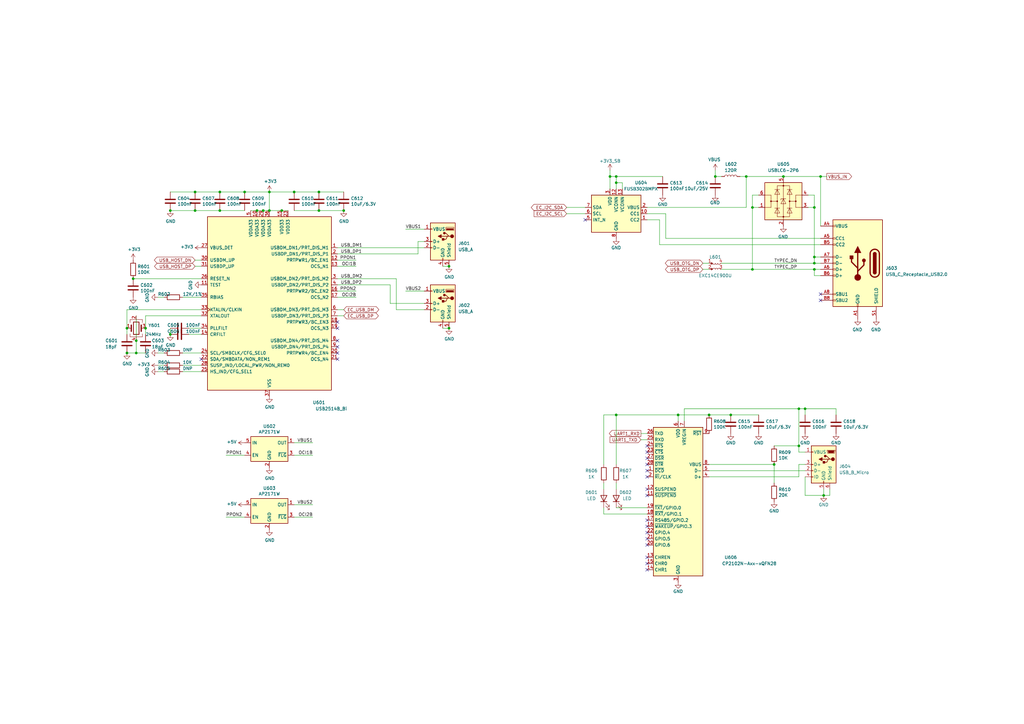
<source format=kicad_sch>
(kicad_sch (version 20210406) (generator eeschema)
  (paper "A3")
  (title_block (title "Archer Mainboard") (date "2021-05-05") (rev "R0.1 draft") (company "Copyright EI-2030 2021. / Engineer: Wenting Zhang") (comment 2 "MERCHANTABILITY, SATISFACTORY QUALITY AND FITNESS FOR A PARTICULAR PURPOSE.") (comment 3 "This source is distributed WITHOUT ANY EXPRESS OR IMPLIED WARRANTY, INCLUDING OF") (comment 4 "This source describes Open Hardware and is licensed under the CERN-OHL-S v2."))
  (lib_symbols
    (symbol "Connector:USB_A" (pin_names (offset 1.016))
      (property "Reference" "J" (at -5.08 11.43 0))
      (property "Value" "USB_A" (at -5.08 8.89 0))
      (symbol "USB_A_1_1"
        (pin power_in line (at 7.62 5.08 180) (length 2.54) (name "VBUS") (number "1"))
        (pin bidirectional line (at 7.62 -2.54 180) (length 2.54) (name "D-") (number "2"))
        (pin bidirectional line (at 7.62 0 180) (length 2.54) (name "D+") (number "3"))
        (pin power_in line (at 0 -10.16 90) (length 2.54) (name "GND") (number "4"))
        (pin passive line (at -2.54 -10.16 90) (length 2.54) (name "Shield") (number "5"))
      )
    )
    (symbol "Connector:USB_B_Micro" (pin_names (offset 1.016))
      (property "Reference" "J" (at -5.08 11.43 0))
      (property "Value" "USB_B_Micro" (at -5.08 8.89 0))
      (symbol "USB_B_Micro_1_1"
        (pin power_out line (at 7.62 5.08 180) (length 2.54) (name "VBUS") (number "1"))
        (pin bidirectional line (at 7.62 -2.54 180) (length 2.54) (name "D-") (number "2"))
        (pin bidirectional line (at 7.62 0 180) (length 2.54) (name "D+") (number "3"))
        (pin passive line (at 7.62 -5.08 180) (length 2.54) (name "ID") (number "4"))
        (pin power_out line (at 0 -10.16 90) (length 2.54) (name "GND") (number "5"))
        (pin passive line (at -2.54 -10.16 90) (length 2.54) (name "Shield") (number "6"))
      )
    )
    (symbol "Connector:USB_C_Receptacle_USB2.0" (pin_names (offset 1.016))
      (property "Reference" "J" (at -10.16 19.05 0))
      (property "Value" "USB_C_Receptacle_USB2.0" (at 19.05 19.05 0))
      (symbol "USB_C_Receptacle_USB2.0_1_1"
        (pin passive line (at 0 -22.86 90) (length 5.08) (name "GND") (number "A1"))
        (pin passive line (at 0 -22.86 90) (length 5.08) hide (name "GND") (number "A12"))
        (pin passive line (at 15.24 15.24 180) (length 5.08) (name "VBUS") (number "A4"))
        (pin bidirectional line (at 15.24 10.16 180) (length 5.08) (name "CC1") (number "A5"))
        (pin bidirectional line (at 15.24 -2.54 180) (length 5.08) (name "D+") (number "A6"))
        (pin bidirectional line (at 15.24 2.54 180) (length 5.08) (name "D-") (number "A7"))
        (pin bidirectional line (at 15.24 -12.7 180) (length 5.08) (name "SBU1") (number "A8"))
        (pin passive line (at 15.24 15.24 180) (length 5.08) hide (name "VBUS") (number "A9"))
        (pin passive line (at 0 -22.86 90) (length 5.08) hide (name "GND") (number "B1"))
        (pin passive line (at 0 -22.86 90) (length 5.08) hide (name "GND") (number "B12"))
        (pin passive line (at 15.24 15.24 180) (length 5.08) hide (name "VBUS") (number "B4"))
        (pin bidirectional line (at 15.24 7.62 180) (length 5.08) (name "CC2") (number "B5"))
        (pin bidirectional line (at 15.24 -5.08 180) (length 5.08) (name "D+") (number "B6"))
        (pin bidirectional line (at 15.24 0 180) (length 5.08) (name "D-") (number "B7"))
        (pin bidirectional line (at 15.24 -15.24 180) (length 5.08) (name "SBU2") (number "B8"))
        (pin passive line (at 15.24 15.24 180) (length 5.08) hide (name "VBUS") (number "B9"))
        (pin passive line (at -7.62 -22.86 90) (length 5.08) (name "SHIELD") (number "S1"))
      )
    )
    (symbol "Device:C" (pin_numbers hide) (pin_names (offset 0.254))
      (property "Reference" "C" (at 0.635 2.54 0))
      (property "Value" "C" (at 0.635 -2.54 0))
      (symbol "C_1_1"
        (pin passive line (at 0 3.81 270) (length 2.794) (name "~") (number "1"))
        (pin passive line (at 0 -3.81 90) (length 2.794) (name "~") (number "2"))
      )
    )
    (symbol "Device:Crystal_GND24" (pin_names (offset 1.016) hide)
      (property "Reference" "Y" (at 3.175 5.08 0))
      (property "Value" "Crystal_GND24" (at 3.175 3.175 0))
      (symbol "Crystal_GND24_1_1"
        (pin passive line (at -3.81 0 0) (length 1.27) (name "1") (number "1"))
        (pin passive line (at 0 5.08 270) (length 1.27) (name "2") (number "2"))
        (pin passive line (at 3.81 0 180) (length 1.27) (name "3") (number "3"))
        (pin passive line (at 0 -5.08 90) (length 1.27) (name "4") (number "4"))
      )
    )
    (symbol "Device:L" (pin_numbers hide) (pin_names (offset 1.016) hide)
      (property "Reference" "L" (at -1.27 0 90))
      (property "Value" "L" (at 1.905 0 90))
      (symbol "L_1_1"
        (pin passive line (at 0 3.81 270) (length 1.27) (name "1") (number "1"))
        (pin passive line (at 0 -3.81 90) (length 1.27) (name "2") (number "2"))
      )
    )
    (symbol "Device:LED" (pin_numbers hide) (pin_names (offset 1.016) hide)
      (property "Reference" "D" (at 0 2.54 0))
      (property "Value" "LED" (at 0 -2.54 0))
      (symbol "LED_1_1"
        (pin passive line (at -3.81 0 0) (length 2.54) (name "K") (number "1"))
        (pin passive line (at 3.81 0 180) (length 2.54) (name "A") (number "2"))
      )
    )
    (symbol "Device:L_Coupled_Small_1423" (pin_names (offset 0.254) hide)
      (property "Reference" "L" (at 0 3.175 0))
      (property "Value" "L_Coupled_Small_1423" (at 0 -3.175 0))
      (symbol "L_Coupled_Small_1423_1_1"
        (pin passive line (at -2.54 1.27 0) (length 0.508) (name "1") (number "1"))
        (pin passive line (at -2.54 -1.27 0) (length 0.508) (name "2") (number "2"))
        (pin passive line (at 2.54 -1.27 180) (length 0.508) (name "3") (number "3"))
        (pin passive line (at 2.54 1.27 180) (length 0.508) (name "4") (number "4"))
      )
    )
    (symbol "Device:R" (pin_numbers hide) (pin_names (offset 0))
      (property "Reference" "R" (at 2.032 0 90))
      (property "Value" "R" (at 0 0 90))
      (symbol "R_1_1"
        (pin passive line (at 0 3.81 270) (length 1.27) (name "~") (number "1"))
        (pin passive line (at 0 -3.81 90) (length 1.27) (name "~") (number "2"))
      )
    )
    (symbol "Interface_USB:CP2102N-Axx-xQFN28"
      (property "Reference" "U" (at -8.89 31.75 0))
      (property "Value" "CP2102N-Axx-xQFN28" (at 12.7 31.75 0))
      (symbol "CP2102N-Axx-xQFN28_1_1"
        (pin input line (at 12.7 12.7 180) (length 2.54) (name "~DCD") (number "1"))
        (pin no_connect line (at -10.16 -27.94 0) (length 2.54) hide (name "NC") (number "10"))
        (pin output line (at 12.7 2.54 180) (length 2.54) (name "~SUSPEND") (number "11"))
        (pin output line (at 12.7 5.08 180) (length 2.54) (name "SUSPEND") (number "12"))
        (pin output line (at 12.7 -22.86 180) (length 2.54) (name "CHREN") (number "13"))
        (pin output line (at 12.7 -27.94 180) (length 2.54) (name "CHR1") (number "14"))
        (pin output line (at 12.7 -25.4 180) (length 2.54) (name "CHR0") (number "15"))
        (pin bidirectional line (at 12.7 -10.16 180) (length 2.54) (name "~WAKEUP~/GPIO.3") (number "16"))
        (pin bidirectional line (at 12.7 -7.62 180) (length 2.54) (name "RS485/GPIO.2") (number "17"))
        (pin bidirectional line (at 12.7 -5.08 180) (length 2.54) (name "~RXT~/GPIO.1") (number "18"))
        (pin bidirectional line (at 12.7 -2.54 180) (length 2.54) (name "~TXT~/GPIO.0") (number "19"))
        (pin bidirectional line (at 12.7 10.16 180) (length 2.54) (name "~RI~/CLK") (number "2"))
        (pin bidirectional line (at 12.7 -17.78 180) (length 2.54) (name "GPIO.6") (number "20"))
        (pin bidirectional line (at 12.7 -15.24 180) (length 2.54) (name "GPIO.5") (number "21"))
        (pin bidirectional line (at 12.7 -12.7 180) (length 2.54) (name "GPIO.4") (number "22"))
        (pin input line (at 12.7 20.32 180) (length 2.54) (name "~CTS") (number "23"))
        (pin output line (at 12.7 22.86 180) (length 2.54) (name "~RTS") (number "24"))
        (pin input line (at 12.7 25.4 180) (length 2.54) (name "RXD") (number "25"))
        (pin output line (at 12.7 27.94 180) (length 2.54) (name "TXD") (number "26"))
        (pin input line (at 12.7 17.78 180) (length 2.54) (name "~DSR") (number "27"))
        (pin output line (at 12.7 15.24 180) (length 2.54) (name "~DTR") (number "28"))
        (pin passive line (at 0 -33.02 90) (length 2.54) hide (name "GND") (number "29"))
        (pin power_in line (at 0 -33.02 90) (length 2.54) (name "GND") (number "3"))
        (pin bidirectional line (at -12.7 10.16 0) (length 2.54) (name "D+") (number "4"))
        (pin bidirectional line (at -12.7 12.7 0) (length 2.54) (name "D-") (number "5"))
        (pin power_in line (at 0 33.02 270) (length 2.54) (name "VDD") (number "6"))
        (pin power_in line (at -2.54 33.02 270) (length 2.54) (name "VREGIN") (number "7"))
        (pin input line (at -12.7 15.24 0) (length 2.54) (name "VBUS") (number "8"))
        (pin input line (at -12.7 27.94 0) (length 2.54) (name "~RST") (number "9"))
      )
    )
    (symbol "Interface_USB:FUSB302BMPX"
      (property "Reference" "U" (at -10.16 8.89 0))
      (property "Value" "FUSB302BMPX" (at 3.81 8.89 0))
      (symbol "FUSB302BMPX_1_1"
        (pin bidirectional line (at 12.7 -2.54 180) (length 2.54) (name "CC2") (number "1"))
        (pin bidirectional line (at 12.7 0 180) (length 2.54) (name "CC1") (number "10"))
        (pin bidirectional line (at 12.7 0 180) (length 2.54) hide (name "CC1") (number "11"))
        (pin power_in line (at 0 10.16 270) (length 2.54) (name "VCONN") (number "12"))
        (pin power_in line (at 2.54 10.16 270) (length 2.54) (name "VCONN") (number "13"))
        (pin bidirectional line (at 12.7 -2.54 180) (length 2.54) hide (name "CC2") (number "14"))
        (pin passive line (at 0 -10.16 90) (length 2.54) hide (name "GND") (number "15"))
        (pin input line (at 12.7 2.54 180) (length 2.54) (name "VBUS") (number "2"))
        (pin power_in line (at -2.54 10.16 270) (length 2.54) (name "VDD") (number "3"))
        (pin passive line (at -2.54 10.16 270) (length 2.54) hide (name "VDD") (number "4"))
        (pin open_collector line (at -12.7 -2.54 0) (length 2.54) (name "INT_N") (number "5"))
        (pin input line (at -12.7 0 0) (length 2.54) (name "SCL") (number "6"))
        (pin bidirectional line (at -12.7 2.54 0) (length 2.54) (name "SDA") (number "7"))
        (pin power_in line (at 0 -10.16 90) (length 2.54) (name "GND") (number "8"))
        (pin passive line (at 0 -10.16 90) (length 2.54) hide (name "GND") (number "9"))
      )
    )
    (symbol "Interface_USB:USB2514B_Bi" (pin_names (offset 1.016))
      (property "Reference" "U" (at -17.78 40.64 0))
      (property "Value" "USB2514B_Bi" (at -20.32 38.1 0))
      (symbol "USB2514B_Bi_1_1"
        (pin bidirectional line (at 27.94 22.86 180) (length 2.54) (name "USBDM_DN1/PRT_DIS_M1") (number "1"))
        (pin power_in line (at -5.08 38.1 270) (length 2.54) (name "VDDA33") (number "10"))
        (pin input line (at -27.94 7.62 0) (length 2.54) (name "TEST") (number "11"))
        (pin bidirectional line (at 27.94 17.78 180) (length 2.54) (name "PRTPWR1/BC_EN1") (number "12"))
        (pin input line (at 27.94 15.24 180) (length 2.54) (name "OCS_N1") (number "13"))
        (pin input line (at -27.94 -12.7 0) (length 2.54) (name "CRFILT") (number "14"))
        (pin power_in line (at 5.08 38.1 270) (length 2.54) (name "VDD33") (number "15"))
        (pin bidirectional line (at 27.94 5.08 180) (length 2.54) (name "PRTPWR2/BC_EN2") (number "16"))
        (pin input line (at 27.94 2.54 180) (length 2.54) (name "OCS_N2") (number "17"))
        (pin bidirectional line (at 27.94 -7.62 180) (length 2.54) (name "PRTPWR3/BC_EN3") (number "18"))
        (pin input line (at 27.94 -10.16 180) (length 2.54) (name "OCS_N3") (number "19"))
        (pin bidirectional line (at 27.94 20.32 180) (length 2.54) (name "USBDP_DN1/PRT_DIS_P1") (number "2"))
        (pin bidirectional line (at 27.94 -20.32 180) (length 2.54) (name "PRTPWR4/BC_EN4") (number "20"))
        (pin input line (at 27.94 -22.86 180) (length 2.54) (name "OCS_N4") (number "21"))
        (pin bidirectional line (at -27.94 -22.86 0) (length 2.54) (name "SDA/SMBDATA/NON_REM1") (number "22"))
        (pin power_in line (at 7.62 38.1 270) (length 2.54) (name "VDD33") (number "23"))
        (pin bidirectional line (at -27.94 -20.32 0) (length 2.54) (name "SCL/SMBCLK/CFG_SEL0") (number "24"))
        (pin bidirectional line (at -27.94 -27.94 0) (length 2.54) (name "HS_IND/CFG_SEL1") (number "25"))
        (pin input line (at -27.94 10.16 0) (length 2.54) (name "RESET_N") (number "26"))
        (pin input line (at -27.94 22.86 0) (length 2.54) (name "VBUS_DET") (number "27"))
        (pin bidirectional line (at -27.94 -25.4 0) (length 2.54) (name "SUSP_IND/LOCAL_PWR/NON_REM0") (number "28"))
        (pin power_in line (at -2.54 38.1 270) (length 2.54) (name "VDDA33") (number "29"))
        (pin bidirectional line (at 27.94 10.16 180) (length 2.54) (name "USBDM_DN2/PRT_DIS_M2") (number "3"))
        (pin bidirectional line (at -27.94 17.78 0) (length 2.54) (name "USBDM_UP") (number "30"))
        (pin bidirectional line (at -27.94 15.24 0) (length 2.54) (name "USBDP_UP") (number "31"))
        (pin output line (at -27.94 -5.08 0) (length 2.54) (name "XTALOUT") (number "32"))
        (pin input clock (at -27.94 -2.54 0) (length 2.54) (name "XTALIN/CLKIN") (number "33"))
        (pin input line (at -27.94 -10.16 0) (length 2.54) (name "PLLFILT") (number "34"))
        (pin input line (at -27.94 2.54 0) (length 2.54) (name "RBIAS") (number "35"))
        (pin power_in line (at 0 38.1 270) (length 2.54) (name "VDDA33") (number "36"))
        (pin power_in line (at 0 -38.1 90) (length 2.54) (name "VSS") (number "37"))
        (pin bidirectional line (at 27.94 7.62 180) (length 2.54) (name "USBDP_DN2/PRT_DIS_P2") (number "4"))
        (pin power_in line (at -7.62 38.1 270) (length 2.54) (name "VDDA33") (number "5"))
        (pin bidirectional line (at 27.94 -2.54 180) (length 2.54) (name "USBDM_DN3/PRT_DIS_M3") (number "6"))
        (pin bidirectional line (at 27.94 -5.08 180) (length 2.54) (name "USBDP_DN3/PRT_DIS_P3") (number "7"))
        (pin bidirectional line (at 27.94 -15.24 180) (length 2.54) (name "USBDM_DN4/PRT_DIS_M4") (number "8"))
        (pin bidirectional line (at 27.94 -17.78 180) (length 2.54) (name "USBDP_DN4/PRT_DIS_P4") (number "9"))
      )
    )
    (symbol "Power_Management:AP2171W"
      (property "Reference" "U" (at -7.62 -6.35 0))
      (property "Value" "AP2171W" (at -7.62 6.35 0))
      (symbol "AP2171W_1_1"
        (pin power_out line (at 10.16 2.54 180) (length 2.54) (name "OUT") (number "1"))
        (pin power_in line (at 0 -7.62 90) (length 2.54) (name "GND") (number "2"))
        (pin open_collector line (at 10.16 -2.54 180) (length 2.54) (name "~FLG") (number "3"))
        (pin input line (at -10.16 -2.54 0) (length 2.54) (name "EN") (number "4"))
        (pin power_in line (at -10.16 2.54 0) (length 2.54) (name "IN") (number "5"))
      )
    )
    (symbol "Power_Protection:USBLC6-2P6" (pin_names hide)
      (property "Reference" "U" (at 2.54 8.89 0))
      (property "Value" "USBLC6-2P6" (at 2.54 -8.89 0))
      (symbol "USBLC6-2P6_1_1"
        (pin passive line (at -10.16 -2.54 0) (length 2.54) (name "I/O1") (number "1"))
        (pin passive line (at 0 -10.16 90) (length 2.54) (name "GND") (number "2"))
        (pin passive line (at 10.16 -2.54 180) (length 2.54) (name "I/O2") (number "3"))
        (pin passive line (at 10.16 2.54 180) (length 2.54) (name "I/O2") (number "4"))
        (pin passive line (at 0 10.16 270) (length 2.54) (name "VBUS") (number "5"))
        (pin passive line (at -10.16 2.54 0) (length 2.54) (name "I/O1") (number "6"))
      )
    )
    (symbol "power:+3V3" (power) (pin_names (offset 0))
      (property "Value" "+3V3" (at 0 3.556 0))
      (symbol "+3V3_1_1"
        (pin power_in line (at 0 0 90) (length 0) hide (name "+3V3") (number "1"))
      )
    )
    (symbol "power:+5V" (power) (pin_names (offset 0))
      (property "Value" "+5V" (at 0 3.556 0))
      (symbol "+5V_1_1"
        (pin power_in line (at 0 0 90) (length 0) hide (name "+5V") (number "1"))
      )
    )
    (symbol "power:GND" (power) (pin_names (offset 0))
      (property "Value" "GND" (at 0 -3.81 0))
      (symbol "GND_1_1"
        (pin power_in line (at 0 0 270) (length 0) hide (name "GND") (number "1"))
      )
    )
    (symbol "power:VBUS" (power) (pin_names (offset 0))
      (property "Value" "VBUS" (at 0 3.81 0))
      (symbol "VBUS_1_1"
        (pin power_in line (at 0 0 90) (length 0) hide (name "VBUS") (number "1"))
      )
    )
    (symbol "symbols:+3V3_SB" (power) (pin_names (offset 0))
      (property "Value" "+3V3_SB" (at 0 3.556 0))
      (symbol "+3V3_SB_1_1"
        (pin power_in line (at 0 0 90) (length 0) hide (name "+3V3_SB") (number "1"))
      )
    )
  )
  (junction (at 52.07 134.62) (diameter 0.9144))
  (junction (at 52.07 144.78) (diameter 0.9144))
  (junction (at 54.61 114.3) (diameter 0.9144))
  (junction (at 55.88 139.7) (diameter 0.9144))
  (junction (at 55.88 144.78) (diameter 0.9144))
  (junction (at 59.69 134.62) (diameter 0.9144))
  (junction (at 69.85 86.36) (diameter 0.9144))
  (junction (at 69.85 137.16) (diameter 0.9144))
  (junction (at 80.01 78.74) (diameter 0.9144))
  (junction (at 80.01 86.36) (diameter 0.9144))
  (junction (at 90.17 78.74) (diameter 0.9144))
  (junction (at 90.17 86.36) (diameter 0.9144))
  (junction (at 100.33 78.74) (diameter 0.9144))
  (junction (at 105.41 86.36) (diameter 0.9144))
  (junction (at 107.95 86.36) (diameter 0.9144))
  (junction (at 110.49 78.74) (diameter 0.9144))
  (junction (at 110.49 86.36) (diameter 0.9144))
  (junction (at 115.57 86.36) (diameter 0.9144))
  (junction (at 120.65 78.74) (diameter 0.9144))
  (junction (at 130.81 78.74) (diameter 0.9144))
  (junction (at 130.81 86.36) (diameter 0.9144))
  (junction (at 140.97 86.36) (diameter 0.9144))
  (junction (at 184.15 109.22) (diameter 0.9144))
  (junction (at 184.15 134.62) (diameter 0.9144))
  (junction (at 250.19 72.39) (diameter 0.9144))
  (junction (at 252.73 72.39) (diameter 0.9144))
  (junction (at 252.73 74.93) (diameter 0.9144))
  (junction (at 252.73 170.18) (diameter 0.9144))
  (junction (at 278.13 170.18) (diameter 0.9144))
  (junction (at 290.83 170.18) (diameter 0.9144))
  (junction (at 293.37 72.39) (diameter 0.9144))
  (junction (at 299.72 170.18) (diameter 0.9144))
  (junction (at 306.07 72.39) (diameter 0.9144))
  (junction (at 308.61 85.09) (diameter 0.9144))
  (junction (at 308.61 110.49) (diameter 0.9144))
  (junction (at 317.5 190.5) (diameter 0.9144))
  (junction (at 321.31 72.39) (diameter 0.9144))
  (junction (at 327.66 167.64) (diameter 0.9144))
  (junction (at 327.66 182.88) (diameter 0.9144))
  (junction (at 330.2 167.64) (diameter 0.9144))
  (junction (at 334.01 85.09) (diameter 0.9144))
  (junction (at 334.01 105.41) (diameter 0.9144))
  (junction (at 334.01 107.95) (diameter 0.9144))
  (junction (at 334.01 110.49) (diameter 0.9144))
  (junction (at 336.55 72.39) (diameter 0.9144))
  (junction (at 337.82 203.2) (diameter 0.9144))
  (no_connect (at 82.55 147.32))
  (no_connect (at 138.43 132.08))
  (no_connect (at 138.43 134.62))
  (no_connect (at 138.43 139.7))
  (no_connect (at 138.43 142.24))
  (no_connect (at 138.43 144.78))
  (no_connect (at 138.43 147.32))
  (no_connect (at 240.03 90.17))
  (no_connect (at 265.43 182.88))
  (no_connect (at 265.43 185.42))
  (no_connect (at 265.43 187.96))
  (no_connect (at 265.43 190.5))
  (no_connect (at 265.43 193.04))
  (no_connect (at 265.43 195.58))
  (no_connect (at 265.43 200.66))
  (no_connect (at 265.43 203.2))
  (no_connect (at 265.43 213.36))
  (no_connect (at 265.43 215.9))
  (no_connect (at 265.43 218.44))
  (no_connect (at 265.43 220.98))
  (no_connect (at 265.43 223.52))
  (no_connect (at 265.43 228.6))
  (no_connect (at 265.43 231.14))
  (no_connect (at 265.43 233.68))
  (no_connect (at 336.55 120.65))
  (no_connect (at 336.55 123.19))
  (wire (pts (xy 52.07 127) (xy 52.07 134.62)))
  (wire (pts (xy 52.07 137.16) (xy 52.07 134.62)))
  (wire (pts (xy 52.07 144.78) (xy 55.88 144.78)))
  (wire (pts (xy 54.61 114.3) (xy 82.55 114.3)))
  (wire (pts (xy 55.88 129.54) (xy 55.88 139.7)))
  (wire (pts (xy 55.88 139.7) (xy 55.88 144.78)))
  (wire (pts (xy 55.88 144.78) (xy 59.69 144.78)))
  (wire (pts (xy 59.69 129.54) (xy 82.55 129.54)))
  (wire (pts (xy 59.69 134.62) (xy 59.69 129.54)))
  (wire (pts (xy 59.69 137.16) (xy 59.69 134.62)))
  (wire (pts (xy 67.31 121.92) (xy 64.77 121.92)))
  (wire (pts (xy 67.31 144.78) (xy 64.77 144.78)))
  (wire (pts (xy 67.31 149.86) (xy 64.77 149.86)))
  (wire (pts (xy 67.31 152.4) (xy 64.77 152.4)))
  (wire (pts (xy 69.85 134.62) (xy 69.85 137.16)))
  (wire (pts (xy 74.93 121.92) (xy 82.55 121.92)))
  (wire (pts (xy 74.93 144.78) (xy 82.55 144.78)))
  (wire (pts (xy 74.93 149.86) (xy 82.55 149.86)))
  (wire (pts (xy 74.93 152.4) (xy 82.55 152.4)))
  (wire (pts (xy 77.47 134.62) (xy 82.55 134.62)))
  (wire (pts (xy 77.47 137.16) (xy 82.55 137.16)))
  (wire (pts (xy 80.01 78.74) (xy 69.85 78.74)))
  (wire (pts (xy 80.01 86.36) (xy 69.85 86.36)))
  (wire (pts (xy 82.55 106.68) (xy 80.01 106.68)))
  (wire (pts (xy 82.55 109.22) (xy 80.01 109.22)))
  (wire (pts (xy 82.55 127) (xy 52.07 127)))
  (wire (pts (xy 90.17 78.74) (xy 80.01 78.74)))
  (wire (pts (xy 90.17 86.36) (xy 80.01 86.36)))
  (wire (pts (xy 92.71 186.69) (xy 100.33 186.69)))
  (wire (pts (xy 92.71 212.09) (xy 100.33 212.09)))
  (wire (pts (xy 100.33 78.74) (xy 90.17 78.74)))
  (wire (pts (xy 100.33 78.74) (xy 110.49 78.74)))
  (wire (pts (xy 100.33 86.36) (xy 90.17 86.36)))
  (wire (pts (xy 105.41 86.36) (xy 102.87 86.36)))
  (wire (pts (xy 107.95 86.36) (xy 105.41 86.36)))
  (wire (pts (xy 107.95 86.36) (xy 110.49 86.36)))
  (wire (pts (xy 110.49 86.36) (xy 110.49 78.74)))
  (wire (pts (xy 110.49 86.36) (xy 115.57 86.36)))
  (wire (pts (xy 115.57 86.36) (xy 118.11 86.36)))
  (wire (pts (xy 120.65 78.74) (xy 110.49 78.74)))
  (wire (pts (xy 120.65 86.36) (xy 130.81 86.36)))
  (wire (pts (xy 120.65 181.61) (xy 128.27 181.61)))
  (wire (pts (xy 120.65 207.01) (xy 128.27 207.01)))
  (wire (pts (xy 128.27 186.69) (xy 120.65 186.69)))
  (wire (pts (xy 128.27 212.09) (xy 120.65 212.09)))
  (wire (pts (xy 130.81 78.74) (xy 120.65 78.74)))
  (wire (pts (xy 130.81 86.36) (xy 140.97 86.36)))
  (wire (pts (xy 138.43 101.6) (xy 173.99 101.6)))
  (wire (pts (xy 138.43 104.14) (xy 171.45 104.14)))
  (wire (pts (xy 138.43 114.3) (xy 162.56 114.3)))
  (wire (pts (xy 138.43 116.84) (xy 160.02 116.84)))
  (wire (pts (xy 140.97 78.74) (xy 130.81 78.74)))
  (wire (pts (xy 140.97 127) (xy 138.43 127)))
  (wire (pts (xy 140.97 129.54) (xy 138.43 129.54)))
  (wire (pts (xy 146.05 106.68) (xy 138.43 106.68)))
  (wire (pts (xy 146.05 109.22) (xy 138.43 109.22)))
  (wire (pts (xy 146.05 119.38) (xy 138.43 119.38)))
  (wire (pts (xy 146.05 121.92) (xy 138.43 121.92)))
  (wire (pts (xy 160.02 116.84) (xy 160.02 124.46)))
  (wire (pts (xy 160.02 124.46) (xy 173.99 124.46)))
  (wire (pts (xy 162.56 127) (xy 162.56 114.3)))
  (wire (pts (xy 171.45 99.06) (xy 173.99 99.06)))
  (wire (pts (xy 171.45 104.14) (xy 171.45 99.06)))
  (wire (pts (xy 173.99 93.98) (xy 166.37 93.98)))
  (wire (pts (xy 173.99 119.38) (xy 166.37 119.38)))
  (wire (pts (xy 173.99 127) (xy 162.56 127)))
  (wire (pts (xy 181.61 109.22) (xy 184.15 109.22)))
  (wire (pts (xy 181.61 134.62) (xy 184.15 134.62)))
  (wire (pts (xy 232.41 85.09) (xy 240.03 85.09)))
  (wire (pts (xy 232.41 87.63) (xy 240.03 87.63)))
  (wire (pts (xy 247.65 170.18) (xy 252.73 170.18)))
  (wire (pts (xy 247.65 190.5) (xy 247.65 170.18)))
  (wire (pts (xy 247.65 198.12) (xy 247.65 200.66)))
  (wire (pts (xy 247.65 210.82) (xy 247.65 208.28)))
  (wire (pts (xy 250.19 69.85) (xy 250.19 72.39)))
  (wire (pts (xy 250.19 72.39) (xy 250.19 77.47)))
  (wire (pts (xy 252.73 72.39) (xy 250.19 72.39)))
  (wire (pts (xy 252.73 72.39) (xy 252.73 74.93)))
  (wire (pts (xy 252.73 74.93) (xy 252.73 77.47)))
  (wire (pts (xy 252.73 170.18) (xy 278.13 170.18)))
  (wire (pts (xy 252.73 190.5) (xy 252.73 170.18)))
  (wire (pts (xy 252.73 198.12) (xy 252.73 200.66)))
  (wire (pts (xy 252.73 208.28) (xy 265.43 208.28)))
  (wire (pts (xy 255.27 74.93) (xy 252.73 74.93)))
  (wire (pts (xy 255.27 77.47) (xy 255.27 74.93)))
  (wire (pts (xy 262.89 177.8) (xy 265.43 177.8)))
  (wire (pts (xy 262.89 180.34) (xy 265.43 180.34)))
  (wire (pts (xy 265.43 87.63) (xy 273.05 87.63)))
  (wire (pts (xy 265.43 210.82) (xy 247.65 210.82)))
  (wire (pts (xy 270.51 90.17) (xy 265.43 90.17)))
  (wire (pts (xy 270.51 100.33) (xy 270.51 90.17)))
  (wire (pts (xy 271.78 72.39) (xy 252.73 72.39)))
  (wire (pts (xy 273.05 87.63) (xy 273.05 97.79)))
  (wire (pts (xy 273.05 97.79) (xy 336.55 97.79)))
  (wire (pts (xy 278.13 170.18) (xy 278.13 172.72)))
  (wire (pts (xy 278.13 170.18) (xy 290.83 170.18)))
  (wire (pts (xy 280.67 167.64) (xy 327.66 167.64)))
  (wire (pts (xy 280.67 172.72) (xy 280.67 167.64)))
  (wire (pts (xy 288.29 107.95) (xy 290.83 107.95)))
  (wire (pts (xy 288.29 110.49) (xy 290.83 110.49)))
  (wire (pts (xy 290.83 170.18) (xy 299.72 170.18)))
  (wire (pts (xy 290.83 190.5) (xy 317.5 190.5)))
  (wire (pts (xy 290.83 193.04) (xy 330.2 193.04)))
  (wire (pts (xy 290.83 195.58) (xy 327.66 195.58)))
  (wire (pts (xy 293.37 69.85) (xy 293.37 72.39)))
  (wire (pts (xy 293.37 72.39) (xy 295.91 72.39)))
  (wire (pts (xy 295.91 107.95) (xy 334.01 107.95)))
  (wire (pts (xy 295.91 110.49) (xy 308.61 110.49)))
  (wire (pts (xy 299.72 170.18) (xy 311.15 170.18)))
  (wire (pts (xy 303.53 72.39) (xy 306.07 72.39)))
  (wire (pts (xy 306.07 72.39) (xy 306.07 85.09)))
  (wire (pts (xy 306.07 85.09) (xy 265.43 85.09)))
  (wire (pts (xy 308.61 80.01) (xy 308.61 85.09)))
  (wire (pts (xy 308.61 85.09) (xy 308.61 110.49)))
  (wire (pts (xy 308.61 110.49) (xy 334.01 110.49)))
  (wire (pts (xy 311.15 80.01) (xy 308.61 80.01)))
  (wire (pts (xy 311.15 85.09) (xy 308.61 85.09)))
  (wire (pts (xy 317.5 182.88) (xy 327.66 182.88)))
  (wire (pts (xy 317.5 190.5) (xy 317.5 198.12)))
  (wire (pts (xy 321.31 72.39) (xy 306.07 72.39)))
  (wire (pts (xy 327.66 167.64) (xy 330.2 167.64)))
  (wire (pts (xy 327.66 182.88) (xy 327.66 167.64)))
  (wire (pts (xy 327.66 185.42) (xy 327.66 182.88)))
  (wire (pts (xy 327.66 190.5) (xy 330.2 190.5)))
  (wire (pts (xy 327.66 195.58) (xy 327.66 190.5)))
  (wire (pts (xy 330.2 167.64) (xy 330.2 170.18)))
  (wire (pts (xy 330.2 167.64) (xy 342.9 167.64)))
  (wire (pts (xy 330.2 185.42) (xy 327.66 185.42)))
  (wire (pts (xy 330.2 195.58) (xy 330.2 203.2)))
  (wire (pts (xy 330.2 203.2) (xy 337.82 203.2)))
  (wire (pts (xy 331.47 80.01) (xy 334.01 80.01)))
  (wire (pts (xy 331.47 85.09) (xy 334.01 85.09)))
  (wire (pts (xy 334.01 80.01) (xy 334.01 85.09)))
  (wire (pts (xy 334.01 85.09) (xy 334.01 105.41)))
  (wire (pts (xy 334.01 105.41) (xy 334.01 107.95)))
  (wire (pts (xy 334.01 107.95) (xy 336.55 107.95)))
  (wire (pts (xy 334.01 110.49) (xy 336.55 110.49)))
  (wire (pts (xy 334.01 113.03) (xy 334.01 110.49)))
  (wire (pts (xy 336.55 72.39) (xy 321.31 72.39)))
  (wire (pts (xy 336.55 72.39) (xy 339.09 72.39)))
  (wire (pts (xy 336.55 92.71) (xy 336.55 72.39)))
  (wire (pts (xy 336.55 100.33) (xy 270.51 100.33)))
  (wire (pts (xy 336.55 105.41) (xy 334.01 105.41)))
  (wire (pts (xy 336.55 113.03) (xy 334.01 113.03)))
  (wire (pts (xy 337.82 200.66) (xy 337.82 203.2)))
  (wire (pts (xy 340.36 200.66) (xy 340.36 203.2)))
  (wire (pts (xy 340.36 203.2) (xy 337.82 203.2)))
  (wire (pts (xy 342.9 167.64) (xy 342.9 170.18)))
  (label "PPON1" (at 92.71 186.69 0))
  (label "PPON2" (at 92.71 212.09 0))
  (label "VBUS1" (at 128.27 181.61 180))
  (label "OCI1B" (at 128.27 186.69 180))
  (label "VBUS2" (at 128.27 207.01 180))
  (label "OCI2B" (at 128.27 212.09 180))
  (label "USB_DM1" (at 139.7 101.6 0))
  (label "USB_DP1" (at 139.7 104.14 0))
  (label "USB_DM2" (at 139.7 114.3 0))
  (label "USB_DP2" (at 139.7 116.84 0))
  (label "PPON1" (at 146.05 106.68 180))
  (label "OCI1B" (at 146.05 109.22 180))
  (label "PPON2" (at 146.05 119.38 180))
  (label "OCI2B" (at 146.05 121.92 180))
  (label "VBUS1" (at 166.37 93.98 0))
  (label "VBUS2" (at 166.37 119.38 0))
  (label "TYPEC_DN" (at 317.5 107.95 0))
  (label "TYPEC_DP" (at 317.5 110.49 0))
  (global_label "USB_HOST_DN" (shape bidirectional) (at 80.01 106.68 180) (property "Intersheet References" "${INTERSHEET_REFS}" (effects hide)))
  (global_label "USB_HOST_DP" (shape bidirectional) (at 80.01 109.22 180) (property "Intersheet References" "${INTERSHEET_REFS}" (effects hide)))
  (global_label "EC_USB_DM" (shape bidirectional) (at 140.97 127 0) (property "Intersheet References" "${INTERSHEET_REFS}" (effects hide)))
  (global_label "EC_USB_DP" (shape bidirectional) (at 140.97 129.54 0) (property "Intersheet References" "${INTERSHEET_REFS}" (effects hide)))
  (global_label "EC_I2C_SDA" (shape bidirectional) (at 232.41 85.09 180) (property "Intersheet References" "${INTERSHEET_REFS}" (effects hide)))
  (global_label "EC_I2C_SCL" (shape input) (at 232.41 87.63 180) (property "Intersheet References" "${INTERSHEET_REFS}" (effects hide)))
  (global_label "UART1_RXD" (shape output) (at 262.89 177.8 180) (property "Intersheet References" "${INTERSHEET_REFS}" (effects hide)))
  (global_label "UART1_TXD" (shape input) (at 262.89 180.34 180) (property "Intersheet References" "${INTERSHEET_REFS}" (effects hide)))
  (global_label "USB_OTG_DN" (shape bidirectional) (at 288.29 107.95 180) (property "Intersheet References" "${INTERSHEET_REFS}" (effects hide)))
  (global_label "USB_OTG_DP" (shape bidirectional) (at 288.29 110.49 180) (property "Intersheet References" "${INTERSHEET_REFS}" (effects hide)))
  (global_label "VBUS_IN" (shape output) (at 339.09 72.39 0) (property "Intersheet References" "${INTERSHEET_REFS}" (effects hide)))
  (symbol (lib_id "power:+3V3") (at 54.61 106.68 0) (unit 1)
    (property "Reference" "#PWR0602" (effects hide))
    (property "Value" "+3V3" (at 54.991 102.2858 0))
  )
  (symbol (lib_id "power:+3V3") (at 64.77 149.86 90) (unit 1)
    (property "Reference" "#PWR0606" (effects hide))
    (property "Value" "+3V3" (at 61.5188 149.479 90) (effects (justify left)))
  )
  (symbol (lib_id "power:+3V3") (at 82.55 101.6 90) (unit 1)
    (property "Reference" "#PWR0610" (effects hide))
    (property "Value" "+3V3" (at 79.2988 101.219 90) (effects (justify left)))
  )
  (symbol (lib_id "power:+5V") (at 100.33 181.61 90) (unit 1)
    (property "Reference" "#PWR0612" (effects hide))
    (property "Value" "+5V" (at 97.0788 181.229 90) (effects (justify left)))
  )
  (symbol (lib_id "power:+5V") (at 100.33 207.01 90) (unit 1)
    (property "Reference" "#PWR0613" (effects hide))
    (property "Value" "+5V" (at 97.0788 206.629 90) (effects (justify left)))
  )
  (symbol (lib_id "power:+3V3") (at 110.49 78.74 0) (unit 1)
    (property "Reference" "#PWR0614" (effects hide))
    (property "Value" "+3V3" (at 110.871 74.3458 0))
  )
  (symbol (lib_id "symbols:+3V3_SB") (at 250.19 69.85 0) (unit 1)
    (property "Reference" "#PWR0621" (effects hide))
    (property "Value" "+3V3_SB" (at 250.19 66.04 0))
  )
  (symbol (lib_id "power:VBUS") (at 293.37 69.85 0) (mirror y) (unit 1)
    (property "Reference" "#PWR0624" (effects hide))
    (property "Value" "VBUS" (at 292.989 65.4558 0))
  )
  (symbol (lib_id "power:GND") (at 52.07 144.78 0) (unit 1)
    (property "Reference" "#PWR0601" (effects hide))
    (property "Value" "GND" (at 52.197 149.1742 0))
  )
  (symbol (lib_id "power:GND") (at 54.61 121.92 0) (unit 1)
    (property "Reference" "#PWR0603" (effects hide))
    (property "Value" "GND" (at 54.737 126.3142 0))
  )
  (symbol (lib_id "power:GND") (at 64.77 121.92 270) (unit 1)
    (property "Reference" "#PWR0604" (effects hide))
    (property "Value" "GND" (at 60.3758 122.047 0))
  )
  (symbol (lib_id "power:GND") (at 64.77 144.78 270) (unit 1)
    (property "Reference" "#PWR0605" (effects hide))
    (property "Value" "GND" (at 60.3758 144.907 0))
  )
  (symbol (lib_id "power:GND") (at 64.77 152.4 270) (unit 1)
    (property "Reference" "#PWR0607" (effects hide))
    (property "Value" "GND" (at 60.3758 152.527 0))
  )
  (symbol (lib_id "power:GND") (at 69.85 86.36 0) (unit 1)
    (property "Reference" "#PWR0608" (effects hide))
    (property "Value" "GND" (at 69.977 90.7542 0))
  )
  (symbol (lib_id "power:GND") (at 69.85 137.16 0) (unit 1)
    (property "Reference" "#PWR0609" (effects hide))
    (property "Value" "GND" (at 69.977 141.5542 0))
  )
  (symbol (lib_id "power:GND") (at 82.55 116.84 270) (unit 1)
    (property "Reference" "#PWR0611" (effects hide))
    (property "Value" "GND" (at 78.1558 116.967 0))
  )
  (symbol (lib_id "power:GND") (at 110.49 162.56 0) (unit 1)
    (property "Reference" "#PWR0615" (effects hide))
    (property "Value" "GND" (at 110.617 166.9542 0))
  )
  (symbol (lib_id "power:GND") (at 110.49 191.77 0) (unit 1)
    (property "Reference" "#PWR0616" (effects hide))
    (property "Value" "GND" (at 110.617 196.1642 0))
  )
  (symbol (lib_id "power:GND") (at 110.49 217.17 0) (unit 1)
    (property "Reference" "#PWR0617" (effects hide))
    (property "Value" "GND" (at 110.617 221.5642 0))
  )
  (symbol (lib_id "power:GND") (at 140.97 86.36 0) (unit 1)
    (property "Reference" "#PWR0618" (effects hide))
    (property "Value" "GND" (at 141.097 90.7542 0))
  )
  (symbol (lib_id "power:GND") (at 184.15 109.22 0) (unit 1)
    (property "Reference" "#PWR0619" (effects hide))
    (property "Value" "GND" (at 184.277 113.6142 0))
  )
  (symbol (lib_id "power:GND") (at 184.15 134.62 0) (unit 1)
    (property "Reference" "#PWR0620" (effects hide))
    (property "Value" "GND" (at 184.277 139.0142 0))
  )
  (symbol (lib_id "power:GND") (at 252.73 97.79 0) (unit 1)
    (property "Reference" "#PWR0622" (effects hide))
    (property "Value" "GND" (at 252.73 101.6 0))
  )
  (symbol (lib_id "power:GND") (at 271.78 80.01 0) (unit 1)
    (property "Reference" "#PWR0623" (effects hide))
    (property "Value" "GND" (at 271.78 83.82 0))
  )
  (symbol (lib_id "power:GND") (at 278.13 238.76 0) (unit 1)
    (property "Reference" "#PWR0629" (effects hide))
    (property "Value" "GND" (at 278.13 242.57 0))
  )
  (symbol (lib_id "power:GND") (at 293.37 80.01 0) (mirror y) (unit 1)
    (property "Reference" "#PWR0625" (effects hide))
    (property "Value" "GND" (at 293.243 83.1342 0))
  )
  (symbol (lib_id "power:GND") (at 299.72 177.8 0) (unit 1)
    (property "Reference" "#PWR0630" (effects hide))
    (property "Value" "GND" (at 299.72 181.61 0))
  )
  (symbol (lib_id "power:GND") (at 311.15 177.8 0) (unit 1)
    (property "Reference" "#PWR0631" (effects hide))
    (property "Value" "GND" (at 311.15 181.61 0))
  )
  (symbol (lib_id "power:GND") (at 317.5 205.74 0) (unit 1)
    (property "Reference" "#PWR0632" (effects hide))
    (property "Value" "GND" (at 317.5 209.55 0))
  )
  (symbol (lib_id "power:GND") (at 321.31 92.71 0) (mirror y) (unit 1)
    (property "Reference" "#PWR0626" (effects hide))
    (property "Value" "GND" (at 321.183 97.1042 0))
  )
  (symbol (lib_id "power:GND") (at 330.2 177.8 0) (unit 1)
    (property "Reference" "#PWR072" (effects hide))
    (property "Value" "GND" (at 330.2 181.61 0))
  )
  (symbol (lib_id "power:GND") (at 337.82 203.2 0) (unit 1)
    (property "Reference" "#PWR0633" (effects hide))
    (property "Value" "GND" (at 337.82 207.01 0))
  )
  (symbol (lib_id "power:GND") (at 342.9 177.8 0) (unit 1)
    (property "Reference" "#PWR083" (effects hide))
    (property "Value" "GND" (at 342.9 181.61 0))
  )
  (symbol (lib_id "power:GND") (at 351.79 130.81 0) (mirror y) (unit 1)
    (property "Reference" "#PWR0627" (effects hide))
    (property "Value" "GND" (at 351.663 135.2042 0))
  )
  (symbol (lib_id "power:GND") (at 359.41 130.81 0) (mirror y) (unit 1)
    (property "Reference" "#PWR0628" (effects hide))
    (property "Value" "GND" (at 359.283 135.2042 0))
  )
  (symbol (lib_id "Device:L") (at 299.72 72.39 90) (unit 1)
    (property "Reference" "L602" (at 302.26 67.31 90) (effects (justify left)))
    (property "Value" "120R" (at 302.26 69.85 90) (effects (justify left)))
    (property "Footprint" "Inductor_SMD:L_0603_1608Metric" (effects hide))
  )
  (symbol (lib_id "Device:R") (at 54.61 110.49 0) (unit 1)
    (property "Reference" "R601" (at 56.388 109.3216 0) (effects (justify left)))
    (property "Value" "100K" (at 56.388 111.633 0) (effects (justify left)))
    (property "Footprint" "Resistor_SMD:R_0402_1005Metric" (effects hide))
  )
  (symbol (lib_id "Device:R") (at 71.12 121.92 270) (mirror x) (unit 1)
    (property "Reference" "R602" (at 64.77 120.65 90) (effects (justify left)))
    (property "Value" "12K/1%" (at 74.93 120.65 90) (effects (justify left)))
    (property "Footprint" "Resistor_SMD:R_0402_1005Metric" (effects hide))
  )
  (symbol (lib_id "Device:R") (at 71.12 144.78 270) (mirror x) (unit 1)
    (property "Reference" "R603" (at 64.77 143.51 90) (effects (justify left)))
    (property "Value" "DNP" (at 74.93 143.51 90) (effects (justify left)))
    (property "Footprint" "Resistor_SMD:R_0402_1005Metric" (effects hide))
  )
  (symbol (lib_id "Device:R") (at 71.12 149.86 270) (mirror x) (unit 1)
    (property "Reference" "R604" (at 64.77 148.59 90) (effects (justify left)))
    (property "Value" "10K" (at 74.93 148.59 90) (effects (justify left)))
    (property "Footprint" "Resistor_SMD:R_0402_1005Metric" (effects hide))
  )
  (symbol (lib_id "Device:R") (at 71.12 152.4 270) (mirror x) (unit 1)
    (property "Reference" "R605" (at 64.77 151.13 90) (effects (justify left)))
    (property "Value" "DNP" (at 74.93 151.13 90) (effects (justify left)))
    (property "Footprint" "Resistor_SMD:R_0402_1005Metric" (effects hide))
  )
  (symbol (lib_id "Device:R") (at 247.65 194.31 180) (unit 1)
    (property "Reference" "R606" (at 242.57 193.04 0))
    (property "Value" "1K" (at 242.57 195.58 0))
    (property "Footprint" "Resistor_SMD:R_0402_1005Metric" (effects hide))
  )
  (symbol (lib_id "Device:R") (at 252.73 194.31 180) (unit 1)
    (property "Reference" "R607" (at 256.54 193.04 0))
    (property "Value" "1K" (at 256.54 195.58 0))
    (property "Footprint" "Resistor_SMD:R_0402_1005Metric" (effects hide))
  )
  (symbol (lib_id "Device:R") (at 290.83 173.99 0) (unit 1)
    (property "Reference" "R608" (at 292.608 172.8216 0) (effects (justify left)))
    (property "Value" "100K" (at 292.608 175.133 0) (effects (justify left)))
    (property "Footprint" "Resistor_SMD:R_0402_1005Metric" (effects hide))
  )
  (symbol (lib_id "Device:R") (at 317.5 186.69 0) (unit 1)
    (property "Reference" "R609" (at 319.278 185.5216 0) (effects (justify left)))
    (property "Value" "10K" (at 319.278 187.833 0) (effects (justify left)))
    (property "Footprint" "Resistor_SMD:R_0402_1005Metric" (effects hide))
  )
  (symbol (lib_id "Device:R") (at 317.5 201.93 0) (unit 1)
    (property "Reference" "R610" (at 319.278 200.7616 0) (effects (justify left)))
    (property "Value" "20K" (at 319.278 203.073 0) (effects (justify left)))
    (property "Footprint" "Resistor_SMD:R_0402_1005Metric" (effects hide))
  )
  (symbol (lib_id "Device:L_Coupled_Small_1423") (at 293.37 109.22 0) (unit 1)
    (property "Reference" "L601" (at 293.37 105.41 0))
    (property "Value" "EXC14CE900U" (at 293.37 113.03 0))
    (property "Footprint" "footprints:L_CommonModeChoke_Panasonic_EXC14CE" (effects hide))
  )
  (symbol (lib_id "Device:LED") (at 247.65 204.47 90) (unit 1)
    (property "Reference" "D601" (at 242.57 201.93 90))
    (property "Value" "LED" (at 242.57 204.47 90))
    (property "Footprint" "LED_SMD:LED_0603_1608Metric" (effects hide))
  )
  (symbol (lib_id "Device:LED") (at 252.73 204.47 90) (unit 1)
    (property "Reference" "D602" (at 256.54 201.93 90))
    (property "Value" "LED" (at 257.175 204.47 90))
    (property "Footprint" "LED_SMD:LED_0603_1608Metric" (effects hide))
  )
  (symbol (lib_id "Device:C") (at 52.07 140.97 0) (mirror x) (unit 1)
    (property "Reference" "C601" (at 43.18 139.7 0) (effects (justify left)))
    (property "Value" "18pF" (at 43.18 142.24 0) (effects (justify left)))
    (property "Footprint" "Capacitor_SMD:C_0603_1608Metric" (effects hide))
  )
  (symbol (lib_id "Device:C") (at 54.61 118.11 0) (unit 1)
    (property "Reference" "C602" (at 57.531 116.9416 0) (effects (justify left)))
    (property "Value" "100nF" (at 57.531 119.253 0) (effects (justify left)))
    (property "Footprint" "Capacitor_SMD:C_0402_1005Metric" (effects hide))
  )
  (symbol (lib_id "Device:C") (at 59.69 140.97 0) (mirror x) (unit 1)
    (property "Reference" "C603" (at 62.23 139.7 0) (effects (justify left)))
    (property "Value" "18pF" (at 62.23 142.24 0) (effects (justify left)))
    (property "Footprint" "Capacitor_SMD:C_0603_1608Metric" (effects hide))
  )
  (symbol (lib_id "Device:C") (at 69.85 82.55 0) (unit 1)
    (property "Reference" "C604" (at 72.771 81.3816 0) (effects (justify left)))
    (property "Value" "100nF" (at 72.771 83.693 0) (effects (justify left)))
    (property "Footprint" "Capacitor_SMD:C_0402_1005Metric" (effects hide))
  )
  (symbol (lib_id "Device:C") (at 73.66 134.62 270) (mirror x) (unit 1)
    (property "Reference" "C605" (at 68.58 133.35 90) (effects (justify left)))
    (property "Value" "100nF" (at 76.2 133.35 90) (effects (justify left)))
    (property "Footprint" "Capacitor_SMD:C_0603_1608Metric" (effects hide))
  )
  (symbol (lib_id "Device:C") (at 73.66 137.16 270) (mirror x) (unit 1)
    (property "Reference" "C606" (at 68.58 135.89 90) (effects (justify left)))
    (property "Value" "100nF" (at 76.2 135.89 90) (effects (justify left)))
    (property "Footprint" "Capacitor_SMD:C_0603_1608Metric" (effects hide))
  )
  (symbol (lib_id "Device:C") (at 80.01 82.55 0) (unit 1)
    (property "Reference" "C607" (at 82.931 81.3816 0) (effects (justify left)))
    (property "Value" "100nF" (at 82.931 83.693 0) (effects (justify left)))
    (property "Footprint" "Capacitor_SMD:C_0402_1005Metric" (effects hide))
  )
  (symbol (lib_id "Device:C") (at 90.17 82.55 0) (unit 1)
    (property "Reference" "C608" (at 93.091 81.3816 0) (effects (justify left)))
    (property "Value" "100nF" (at 93.091 83.693 0) (effects (justify left)))
    (property "Footprint" "Capacitor_SMD:C_0402_1005Metric" (effects hide))
  )
  (symbol (lib_id "Device:C") (at 100.33 82.55 0) (unit 1)
    (property "Reference" "C609" (at 103.251 81.3816 0) (effects (justify left)))
    (property "Value" "100nF" (at 103.251 83.693 0) (effects (justify left)))
    (property "Footprint" "Capacitor_SMD:C_0402_1005Metric" (effects hide))
  )
  (symbol (lib_id "Device:C") (at 120.65 82.55 0) (unit 1)
    (property "Reference" "C610" (at 123.571 81.3816 0) (effects (justify left)))
    (property "Value" "100nF" (at 123.571 83.693 0) (effects (justify left)))
    (property "Footprint" "Capacitor_SMD:C_0402_1005Metric" (effects hide))
  )
  (symbol (lib_id "Device:C") (at 130.81 82.55 0) (unit 1)
    (property "Reference" "C611" (at 133.731 81.3816 0) (effects (justify left)))
    (property "Value" "100nF" (at 133.731 83.693 0) (effects (justify left)))
    (property "Footprint" "Capacitor_SMD:C_0402_1005Metric" (effects hide))
  )
  (symbol (lib_id "Device:C") (at 140.97 82.55 0) (unit 1)
    (property "Reference" "C612" (at 143.891 81.3816 0) (effects (justify left)))
    (property "Value" "10uF/6.3V" (at 143.891 83.693 0) (effects (justify left)))
    (property "Footprint" "Capacitor_SMD:C_0603_1608Metric" (effects hide))
  )
  (symbol (lib_id "Device:C") (at 271.78 76.2 0) (unit 1)
    (property "Reference" "C613" (at 274.701 75.032 0) (effects (justify left)))
    (property "Value" "100nF" (at 274.701 77.343 0) (effects (justify left)))
    (property "Footprint" "Capacitor_SMD:C_0402_1005Metric" (effects hide))
  )
  (symbol (lib_id "Device:C") (at 293.37 76.2 0) (mirror y) (unit 1)
    (property "Reference" "C614" (at 290.449 75.032 0) (effects (justify left)))
    (property "Value" "10uF/25V" (at 290.449 77.343 0) (effects (justify left)))
    (property "Footprint" "Capacitor_SMD:C_0805_2012Metric" (effects hide))
  )
  (symbol (lib_id "Device:C") (at 299.72 173.99 0) (unit 1)
    (property "Reference" "C615" (at 302.641 172.822 0) (effects (justify left)))
    (property "Value" "100nF" (at 302.641 175.133 0) (effects (justify left)))
    (property "Footprint" "Capacitor_SMD:C_0402_1005Metric" (effects hide))
  )
  (symbol (lib_id "Device:C") (at 311.15 173.99 0) (unit 1)
    (property "Reference" "C617" (at 314.071 172.8216 0) (effects (justify left)))
    (property "Value" "10uF/6.3V" (at 314.071 175.133 0) (effects (justify left)))
    (property "Footprint" "Capacitor_SMD:C_0603_1608Metric" (effects hide))
  )
  (symbol (lib_id "Device:C") (at 330.2 173.99 0) (unit 1)
    (property "Reference" "C616" (at 333.121 172.822 0) (effects (justify left)))
    (property "Value" "100nF" (at 333.121 175.133 0) (effects (justify left)))
    (property "Footprint" "Capacitor_SMD:C_0402_1005Metric" (effects hide))
  )
  (symbol (lib_id "Device:C") (at 342.9 173.99 0) (unit 1)
    (property "Reference" "C618" (at 345.821 172.8216 0) (effects (justify left)))
    (property "Value" "10uF/6.3V" (at 345.821 175.133 0) (effects (justify left)))
    (property "Footprint" "Capacitor_SMD:C_0603_1608Metric" (effects hide))
  )
  (symbol (lib_id "Device:Crystal_GND24") (at 55.88 134.62 0) (unit 1)
    (property "Reference" "Y601" (at 60.8076 133.4516 0) (effects (justify left)))
    (property "Value" "24MHz" (at 59.69 137.16 0) (effects (justify left)))
    (property "Footprint" "Crystal:Crystal_SMD_3225-4Pin_3.2x2.5mm" (effects hide))
  )
  (symbol (lib_id "Connector:USB_A") (at 181.61 99.06 0) (mirror y) (unit 1)
    (property "Reference" "J601" (at 187.96 99.8219 0) (effects (justify right)))
    (property "Value" "USB_A" (at 187.96 102.3619 0) (effects (justify right)))
    (property "Footprint" "footprints:Connector_USB_905-562A2021S10100" (effects hide))
    (property "Datasheet" " ~" (effects hide))
  )
  (symbol (lib_id "Connector:USB_A") (at 181.61 124.46 0) (mirror y) (unit 1)
    (property "Reference" "J602" (at 187.96 125.2219 0) (effects (justify right)))
    (property "Value" "USB_A" (at 187.96 127.7619 0) (effects (justify right)))
    (property "Footprint" "footprints:Connector_USB_905-562A2021S10100" (effects hide))
    (property "Datasheet" " ~" (effects hide))
  )
  (symbol (lib_id "Connector:USB_B_Micro") (at 337.82 190.5 0) (mirror y) (unit 1)
    (property "Reference" "J604" (at 344.17 191.2619 0) (effects (justify right)))
    (property "Value" "USB_B_Micro" (at 344.17 193.8019 0) (effects (justify right)))
    (property "Footprint" "Connector_USB:USB_Micro-B_Amphenol_10103594-0001LF_Horizontal" (effects hide))
  )
  (symbol (lib_id "Power_Management:AP2171W") (at 110.49 184.15 0) (unit 1)
    (property "Reference" "U602" (at 110.49 174.8282 0))
    (property "Value" "AP2171W" (at 110.49 177.1396 0))
    (property "Footprint" "Package_TO_SOT_SMD:SOT-23-5" (effects hide))
    (property "Datasheet" "https://www.diodes.com/assets/Datasheets/AP2161.pdf" (effects hide))
  )
  (symbol (lib_id "Power_Management:AP2171W") (at 110.49 209.55 0) (unit 1)
    (property "Reference" "U603" (at 110.49 200.2282 0))
    (property "Value" "AP2171W" (at 110.49 202.5396 0))
    (property "Footprint" "Package_TO_SOT_SMD:SOT-23-5" (effects hide))
    (property "Datasheet" "https://www.diodes.com/assets/Datasheets/AP2161.pdf" (effects hide))
  )
  (symbol (lib_id "Power_Protection:USBLC6-2P6") (at 321.31 82.55 0) (unit 1)
    (property "Reference" "U605" (at 321.31 67.31 0))
    (property "Value" "USBLC6-2P6" (at 321.31 69.85 0))
    (property "Footprint" "Package_TO_SOT_SMD:SOT-666" (effects hide))
    (property "Datasheet" "https://www.st.com/resource/en/datasheet/usblc6-2.pdf" (effects hide))
  )
  (symbol (lib_id "Interface_USB:FUSB302BMPX") (at 252.73 87.63 0) (unit 1)
    (property "Reference" "U604" (at 262.89 74.93 0))
    (property "Value" "FUSB302BMPX" (at 262.89 77.47 0))
    (property "Footprint" "Package_DFN_QFN:WQFN-14-1EP_2.5x2.5mm_P0.5mm_EP1.45x1.45mm" (effects hide))
    (property "Datasheet" "http://www.onsemi.com/pub/Collateral/FUSB302B-D.PDF" (effects hide))
  )
  (symbol (lib_id "Connector:USB_C_Receptacle_USB2.0") (at 351.79 107.95 0) (mirror y) (unit 1)
    (property "Reference" "J603" (at 363.22 109.9819 0) (effects (justify right)))
    (property "Value" "USB_C_Receptacle_USB2.0" (at 363.22 112.5219 0) (effects (justify right)))
    (property "Footprint" "Connector_USB:USB_C_Receptacle_HRO_TYPE-C-31-M-12" (effects hide))
    (property "Datasheet" "https://www.usb.org/sites/default/files/documents/usb_type-c.zip" (effects hide))
  )
  (symbol (lib_id "Interface_USB:CP2102N-Axx-xQFN28") (at 278.13 205.74 0) (mirror y) (unit 1)
    (property "Reference" "U606" (at 299.72 228.6 0))
    (property "Value" "CP2102N-Axx-xQFN28" (at 307.34 231.14 0))
    (property "Footprint" "Package_DFN_QFN:QFN-28-1EP_5x5mm_P0.5mm_EP3.35x3.35mm" (effects hide))
    (property "Datasheet" "https://www.silabs.com/documents/public/data-sheets/cp2102n-datasheet.pdf" (effects hide))
  )
  (symbol (lib_id "Interface_USB:USB2514B_Bi") (at 110.49 124.46 0) (unit 1)
    (property "Reference" "U601" (at 130.81 165.1 0))
    (property "Value" "USB2514B_Bi" (at 135.89 167.64 0))
    (property "Footprint" "Package_DFN_QFN:QFN-36-1EP_6x6mm_P0.5mm_EP3.7x3.7mm" (effects hide))
    (property "Datasheet" "http://ww1.microchip.com/downloads/en/DeviceDoc/00001692C.pdf" (effects hide))
  )
)
</source>
